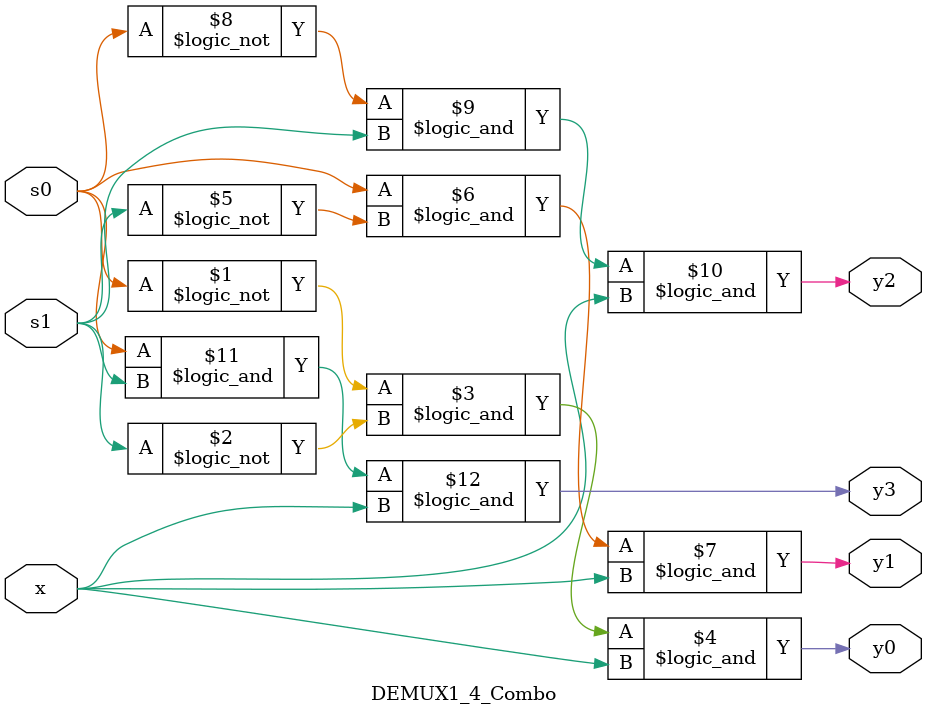
<source format=v>


`timescale 1ns/10ps

module DEMUX1_4_Combo (
    x,
    s0,
    s1,
    y0,
    y1,
    y2,
    y3
);
// 1:4 DEMUX written in full combo
// 
// Inputs:
//     x(bool): input feed
//     s0(bool): channel select 0
//     s1(bool): channel select 1
// 
// Outputs:
//     y0(bool): ouput channel 0
//     y1(bool): ouput channel 1
//     y2(bool): ouput channel 2
//     y3(bool): ouput channel 3

input x;
input s0;
input s1;
output y0;
wire y0;
output y1;
wire y1;
output y2;
wire y2;
output y3;
wire y3;





assign y0 = ((!s0) && (!s1) && x);
assign y1 = (s0 && (!s1) && x);
assign y2 = ((!s0) && s1 && x);
assign y3 = (s0 && s1 && x);

endmodule

</source>
